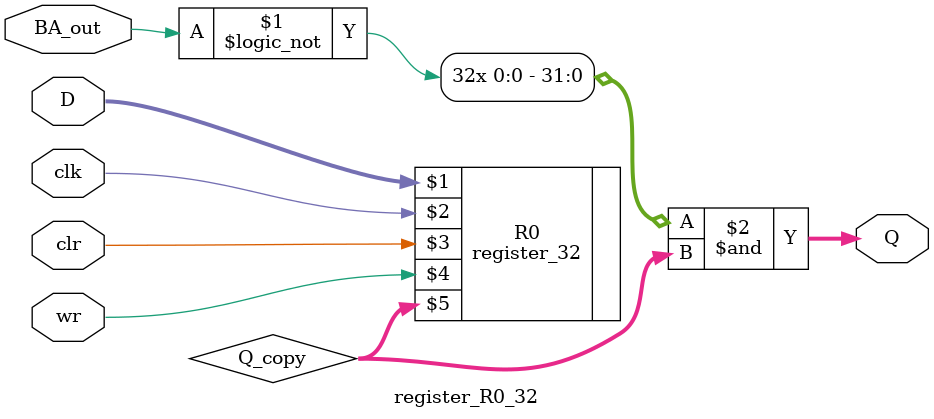
<source format=v>
module register_R0_32(input [31:0] D, input clk, clr, wr, BA_out, output [31:0] Q);
    wire [31:0] Q_copy;
    register_32 R0(D, clk, clr, wr, Q_copy);
    assign Q = ({32{!BA_out}} & Q_copy);
endmodule
</source>
